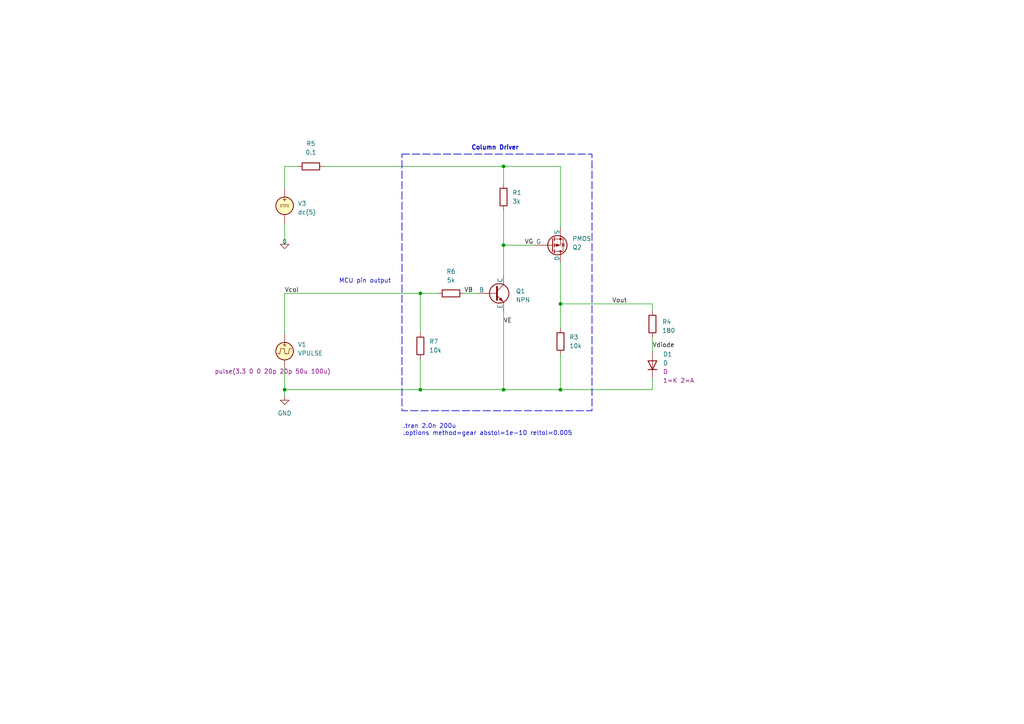
<source format=kicad_sch>
(kicad_sch (version 20250114) (generator "eeschema") (generator_version "9.0")
  (paper "A4")
  (lib_symbols
    (symbol "Device:R" (pin_numbers (hide yes)) (pin_names (offset 0))
      (property "Reference" "R" (at 2.032 0 90))
      (property "Value" "R" (at 0 0 90))
      (symbol "R_0_1"
        (rectangle (start -1.016 -2.54) (end 1.016 2.54) (stroke (width 0.254)))
      )
      (symbol "R_1_1"
        (pin passive line (at 0 3.81 270) (length 1.27) (name "~") (number "1"))
        (pin passive line (at 0 -3.81 90) (length 1.27) (name "~") (number "2"))
      )
    )
    (symbol "Simulation_SPICE:0" (power) (pin_names (offset 0))
      (property "Value" "0" (at 0 -1.778 0))
      (symbol "0_0_1"
        (polyline (pts (xy -1.27 0) (xy 0 -1.27) (xy 1.27 0) (xy -1.27 0)))
      )
      (symbol "0_1_1"
        (pin power_in line (at 0 0 0) (length 0) (hide yes) (name "0") (number "1"))
      )
    )
    (symbol "Simulation_SPICE:D" (pin_numbers (hide yes)) (pin_names (offset 1.016) (hide yes))
      (property "Reference" "D" (at 0 2.54 0))
      (property "Value" "D" (at 0 -2.54 0))
      (property "Sim.Device" "D" (at 0 0 0))
      (property "Sim.Pins" "1=K 2=A" (at 0 0 0))
      (symbol "D_0_1"
        (polyline (pts (xy -1.27 1.27) (xy -1.27 -1.27)) (stroke (width 0.254)))
        (polyline (pts (xy 1.27 1.27) (xy 1.27 -1.27) (xy -1.27 0) (xy 1.27 1.27)) (stroke (width 0.254)))
        (polyline (pts (xy 1.27 0) (xy -1.27 0)))
      )
      (symbol "D_1_1"
        (pin passive line (at -3.81 0 0) (length 2.54) (name "K") (number "1"))
        (pin passive line (at 3.81 0 180) (length 2.54) (name "A") (number "2"))
      )
    )
    (symbol "Simulation_SPICE:NPN" (pin_numbers (hide yes)) (pin_names (offset 0))
      (property "Reference" "Q" (at -2.54 7.62 0))
      (property "Value" "NPN" (at -2.54 5.08 0))
      (symbol "NPN_0_1"
        (polyline (pts (xy -2.54 0) (xy 0.635 0)) (stroke (width 0.1524)))
        (polyline (pts (xy 0.635 1.905) (xy 0.635 -1.905) (xy 0.635 -1.905)) (stroke (width 0.508)))
        (polyline (pts (xy 0.635 0.635) (xy 2.54 2.54)))
        (polyline (pts (xy 0.635 -0.635) (xy 2.54 -2.54) (xy 2.54 -2.54)))
        (circle (center 1.27 0) (radius 2.8194) (stroke (width 0.254)))
        (polyline (pts (xy 1.27 -1.778) (xy 1.778 -1.27) (xy 2.286 -2.286) (xy 1.27 -1.778) (xy 1.27 -1.778)) (fill (type outline)))
        (polyline (pts (xy 2.794 -1.27) (xy 2.794 -1.27)) (stroke (width 0.1524)))
        (polyline (pts (xy 2.794 -1.27) (xy 2.794 -1.27)) (stroke (width 0.1524)))
      )
      (symbol "NPN_1_1"
        (pin input line (at -5.08 0 0) (length 2.54) (name "B") (number "2"))
        (pin open_collector line (at 2.54 5.08 270) (length 2.54) (name "C") (number "1"))
        (pin open_emitter line (at 2.54 -5.08 90) (length 2.54) (name "E") (number "3"))
      )
    )
    (symbol "Simulation_SPICE:PMOS" (pin_numbers (hide yes)) (pin_names (offset 0))
      (property "Reference" "Q" (at 5.08 1.27 0))
      (property "Value" "PMOS" (at 5.08 -1.27 0))
      (symbol "PMOS_0_1"
        (polyline (pts (xy 0.254 1.905) (xy 0.254 -1.905)) (stroke (width 0.254)))
        (polyline (pts (xy 0.254 0) (xy -2.54 0)))
        (polyline (pts (xy 0.762 2.286) (xy 0.762 1.27)) (stroke (width 0.254)))
        (polyline (pts (xy 0.762 1.778) (xy 3.302 1.778) (xy 3.302 -1.778) (xy 0.762 -1.778)))
        (polyline (pts (xy 0.762 0.508) (xy 0.762 -0.508)) (stroke (width 0.254)))
        (polyline (pts (xy 0.762 -1.27) (xy 0.762 -2.286)) (stroke (width 0.254)))
        (circle (center 1.651 0) (radius 2.794) (stroke (width 0.254)))
        (polyline (pts (xy 2.286 0) (xy 1.27 0.381) (xy 1.27 -0.381) (xy 2.286 0)) (fill (type outline)))
        (polyline (pts (xy 2.54 2.54) (xy 2.54 1.778)))
        (circle (center 2.54 1.778) (radius 0.254) (fill (type outline)))
        (circle (center 2.54 -1.778) (radius 0.254) (fill (type outline)))
        (polyline (pts (xy 2.54 -2.54) (xy 2.54 0) (xy 0.762 0)))
        (polyline (pts (xy 2.794 -0.508) (xy 2.921 -0.381) (xy 3.683 -0.381) (xy 3.81 -0.254)))
        (polyline (pts (xy 3.302 -0.381) (xy 2.921 0.254) (xy 3.683 0.254) (xy 3.302 -0.381)))
      )
      (symbol "PMOS_1_1"
        (pin input line (at -5.08 0 0) (length 2.54) (name "G") (number "2"))
        (pin passive line (at 2.54 5.08 270) (length 2.54) (name "D") (number "1"))
        (pin passive line (at 2.54 -5.08 90) (length 2.54) (name "S") (number "3"))
      )
    )
    (symbol "Simulation_SPICE:VDC" (pin_numbers (hide yes)) (pin_names (offset 0.0254))
      (property "Reference" "V" (at 2.54 2.54 0))
      (property "Value" "1" (at 2.54 0 0))
      (symbol "VDC_0_0"
        (polyline (pts (xy -1.27 0.254) (xy 1.27 0.254)))
        (polyline (pts (xy -0.762 -0.254) (xy -1.27 -0.254)))
        (polyline (pts (xy 0.254 -0.254) (xy -0.254 -0.254)))
        (polyline (pts (xy 1.27 -0.254) (xy 0.762 -0.254)))
        (text "+" (at 0 1.905 0) (effects (font (size 1.27 1.27))))
      )
      (symbol "VDC_0_1"
        (circle (center 0 0) (radius 2.54) (stroke (width 0.254)) (fill (type background)))
      )
      (symbol "VDC_1_1"
        (pin passive line (at 0 5.08 270) (length 2.54) (name "~") (number "1"))
        (pin passive line (at 0 -5.08 90) (length 2.54) (name "~") (number "2"))
      )
    )
    (symbol "Simulation_SPICE:VPULSE" (pin_numbers (hide yes)) (pin_names (offset 0.0254))
      (property "Reference" "V" (at 2.54 2.54 0))
      (property "Value" "VPULSE" (at 2.54 0 0))
      (property "Sim.Params" "y1=0 y2=1 td=2n tr=2n tf=2n tw=50n per=100n" (at 2.54 -2.54 0))
      (symbol "VPULSE_0_0"
        (polyline (pts (xy -2.032 -0.762) (xy -1.397 -0.762) (xy -1.143 0.762) (xy -0.127 0.762) (xy 0.127 -0.762) (xy 1.143 -0.762) (xy 1.397 0.762) (xy 2.032 0.762)))
        (text "+" (at 0 1.905 0) (effects (font (size 1.27 1.27))))
      )
      (symbol "VPULSE_0_1"
        (circle (center 0 0) (radius 2.54) (stroke (width 0.254)) (fill (type background)))
      )
      (symbol "VPULSE_1_1"
        (pin passive line (at 0 5.08 270) (length 2.54) (name "~") (number "1"))
        (pin passive line (at 0 -5.08 90) (length 2.54) (name "~") (number "2"))
      )
    )
    (symbol "power:GND" (power) (pin_names (offset 0))
      (property "Value" "GND" (at 0 -3.81 0))
      (symbol "GND_0_1"
        (polyline (pts (xy 0 0) (xy 0 -1.27) (xy 1.27 -1.27) (xy 0 -2.54) (xy -1.27 -1.27) (xy 0 -1.27)))
      )
      (symbol "GND_1_1"
        (pin power_in line (at 0 0 270) (length 0) (hide yes) (name "GND") (number "1"))
      )
    )
  )
  (rectangle (start 116.586 44.704) (end 171.704 119.126) (stroke (width 0.2) (type dash)))
  (text "MCU pin output" (at 98.298 82.296 0) (effects (font (size 1.27 1.27)) (justify left bottom)))
  (text ".tran 2.0n 200u\n.options method=gear abstol=1e-10 reltol=0.005" (at 116.84 126.492 0) (effects (font (size 1.27 1.27)) (justify left bottom)))
  (text "Column Driver" (at 136.652 43.688 0) (effects (font (size 1.27 1.27) (thickness 0.254) (bold yes)) (justify left bottom)))
  (junction (at 146.05 48.26))
  (junction (at 121.92 113.03))
  (junction (at 82.55 113.03))
  (junction (at 146.05 71.12))
  (junction (at 162.56 113.03))
  (junction (at 162.56 88.138))
  (junction (at 121.92 85.09))
  (junction (at 146.05 113.03))
  (wire (pts (xy 82.55 113.03) (xy 82.55 114.808)))
  (wire (pts (xy 189.23 109.728) (xy 189.23 113.03)))
  (wire (pts (xy 93.98 48.26) (xy 146.05 48.26)))
  (wire (pts (xy 162.56 113.03) (xy 189.23 113.03)))
  (wire (pts (xy 121.92 113.03) (xy 146.05 113.03)))
  (wire (pts (xy 121.92 85.09) (xy 121.92 96.52)))
  (wire (pts (xy 146.05 90.17) (xy 146.05 113.03)))
  (wire (pts (xy 162.56 88.138) (xy 189.23 88.138)))
  (wire (pts (xy 146.05 113.03) (xy 162.56 113.03)))
  (wire (pts (xy 134.62 85.09) (xy 138.43 85.09)))
  (wire (pts (xy 189.23 97.79) (xy 189.23 102.108)))
  (wire (pts (xy 82.55 106.934) (xy 82.55 113.03)))
  (wire (pts (xy 146.05 71.12) (xy 146.05 80.01)))
  (wire (pts (xy 82.55 85.09) (xy 82.55 96.774)))
  (wire (pts (xy 146.05 71.12) (xy 146.05 60.96)))
  (wire (pts (xy 162.56 76.2) (xy 162.56 88.138)))
  (wire (pts (xy 146.05 48.26) (xy 162.56 48.26)))
  (wire (pts (xy 189.23 88.138) (xy 189.23 90.17)))
  (wire (pts (xy 162.56 88.138) (xy 162.56 95.25)))
  (wire (pts (xy 82.55 54.61) (xy 82.55 48.26)))
  (wire (pts (xy 121.92 104.14) (xy 121.92 113.03)))
  (wire (pts (xy 82.55 113.03) (xy 121.92 113.03)))
  (wire (pts (xy 82.55 48.26) (xy 86.36 48.26)))
  (wire (pts (xy 146.05 48.26) (xy 146.05 53.34)))
  (wire (pts (xy 146.05 71.12) (xy 154.94 71.12)))
  (wire (pts (xy 82.55 64.77) (xy 82.55 70.866)))
  (wire (pts (xy 162.56 48.26) (xy 162.56 66.04)))
  (wire (pts (xy 121.92 85.09) (xy 127 85.09)))
  (wire (pts (xy 82.55 85.09) (xy 121.92 85.09)))
  (wire (pts (xy 162.56 102.87) (xy 162.56 113.03)))
  (label "Vout" (at 177.546 88.138 0))
  (label "VE" (at 146.05 93.98 0))
  (label "VG" (at 152.146 71.12 0))
  (label "VB" (at 134.62 85.09 0))
  (label "Vdiode" (at 189.23 101.092 0))
  (label "Vcol" (at 82.55 85.09 0))
  (symbol (lib_id "Device:R") (at 162.56 99.06 0) (unit 1)
    (property "Reference" "R3" (at 165.1 97.7899 0) (effects (justify left)))
    (property "Value" "10k" (at 165.1 100.3299 0) (effects (justify left)))
  )
  (symbol (lib_id "Simulation_SPICE:PMOS") (at 160.02 71.12 0) (mirror x) (unit 1)
    (property "Reference" "Q2" (at 165.989 71.755 0) (effects (justify left)))
    (property "Value" "PMOS" (at 165.989 69.215 0) (effects (justify left)))
    (property "Datasheet" "https://ngspice.sourceforge.io/docs/ngspice-manual.pdf" (effects (hide yes)))
    (property "Sim.Device" "SUBCKT" (effects (hide yes)))
    (property "Sim.Pins" "1=10 2=20 3=30" (effects (hide yes)))
    (property "Sim.Library" "DMC2400UV.spice.txt" (effects (hide yes)))
    (property "Sim.Name" "DMC2400UV_PMOS" (effects (hide yes)))
  )
  (symbol (lib_id "Device:R") (at 146.05 57.15 0) (unit 1)
    (property "Reference" "R1" (at 148.59 55.8799 0) (effects (justify left)))
    (property "Value" "3k" (at 148.59 58.4199 0) (effects (justify left)))
  )
  (symbol (lib_id "Simulation_SPICE:0") (at 82.55 70.866 0) (unit 1)
    (property "Reference" "#GND02" (effects (hide yes)))
    (property "Value" "0" (at 82.55 70.104 0))
  )
  (symbol (lib_id "Device:R") (at 189.23 93.98 0) (unit 1)
    (property "Reference" "R4" (at 192.024 93.345 0) (effects (justify left)))
    (property "Value" "180" (at 192.024 95.885 0) (effects (justify left)))
  )
  (symbol (lib_id "Device:R") (at 121.92 100.33 0) (unit 1)
    (property "Reference" "R7" (at 124.46 99.0599 0) (effects (justify left)))
    (property "Value" "10k" (at 124.46 101.5999 0) (effects (justify left)))
  )
  (symbol (lib_id "Device:R") (at 90.17 48.26 90) (unit 1)
    (property "Reference" "R5" (at 90.17 41.656 90))
    (property "Value" "0.1" (at 90.17 44.196 90))
  )
  (symbol (lib_id "Simulation_SPICE:VDC") (at 82.55 59.69 0) (unit 1)
    (property "Reference" "V3" (at 86.36 59.0192 0) (effects (justify left)))
    (property "Value" "dc(5)" (at 86.36 61.5592 0) (effects (justify left)))
    (property "Sim.Pins" "1=+ 2=-" (effects (hide yes)))
    (property "Sim.Type" "DC" (effects (hide yes)))
    (property "Sim.Device" "V" (effects (hide yes)))
  )
  (symbol (lib_id "Device:R") (at 130.81 85.09 90) (unit 1)
    (property "Reference" "R6" (at 130.81 78.74 90))
    (property "Value" "5k" (at 130.81 81.28 90))
  )
  (symbol (lib_id "Simulation_SPICE:VPULSE") (at 82.55 101.854 0) (unit 1)
    (property "Reference" "V1" (at 86.36 99.9132 0) (effects (justify left)))
    (property "Value" "VPULSE" (at 86.36 102.4532 0) (effects (justify left)))
    (property "Sim.Pins" "1=+ 2=-" (effects (hide yes)))
    (property "Sim.Type" "PULSE" (effects (hide yes)))
    (property "Sim.Device" "V" (effects (hide yes)))
    (property "Sim.Params" "pulse(3.3 0 0 20p 20p 50u 100u)" (at 62.23 107.696 0) (effects (justify left)))
  )
  (symbol (lib_id "power:GND") (at 82.55 114.808 0) (unit 1)
    (property "Reference" "#PWR01" (effects (hide yes)))
    (property "Value" "GND" (at 82.55 119.888 0))
  )
  (symbol (lib_id "Simulation_SPICE:NPN") (at 143.51 85.09 0) (unit 1)
    (property "Reference" "Q1" (at 149.606 84.455 0) (effects (justify left)))
    (property "Value" "NPN" (at 149.606 86.995 0) (effects (justify left)))
    (property "Sim.Device" "NPN" (effects (hide yes)))
    (property "Sim.Type" "GUMMELPOON" (effects (hide yes)))
    (property "Sim.Pins" "1=C 2=B 3=E" (effects (hide yes)))
  )
  (symbol (lib_id "Simulation_SPICE:D") (at 189.23 105.918 90) (unit 1)
    (property "Reference" "D1" (at 192.278 102.743 90) (effects (justify right)))
    (property "Value" "D" (at 192.278 105.283 90) (effects (justify right)))
    (property "Sim.Device" "D" (at 192.278 107.823 90) (effects (justify right)))
    (property "Sim.Pins" "1=K 2=A" (at 192.278 110.363 90) (effects (justify right)))
    (property "Sim.Params" "is=23.4p rs=0 n=3.94" (effects (hide yes)))
  )
)
</source>
